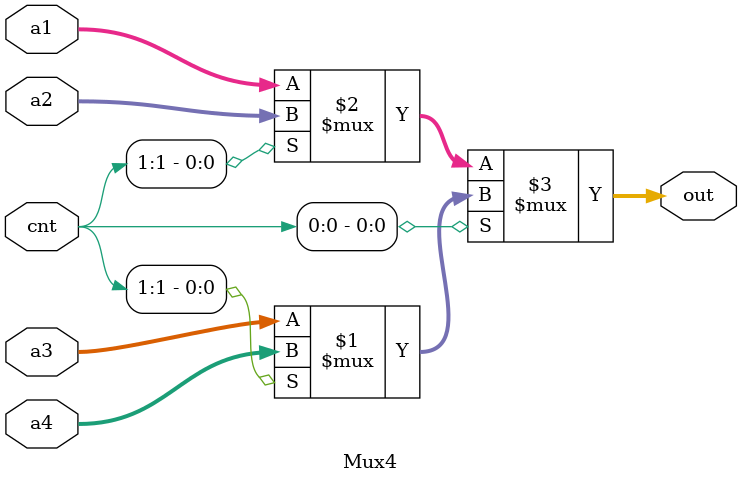
<source format=v>
module Mux4(a1, a2, a3, a4, cnt, out);
    input [31:0] a1, a2, a3, a4;
    input [1:0] cnt;
    output [31:0] out;
    assign out = cnt[0] ? cnt[1] ? a4 : a3 : cnt[1] ? a2 : a1;
endmodule
</source>
